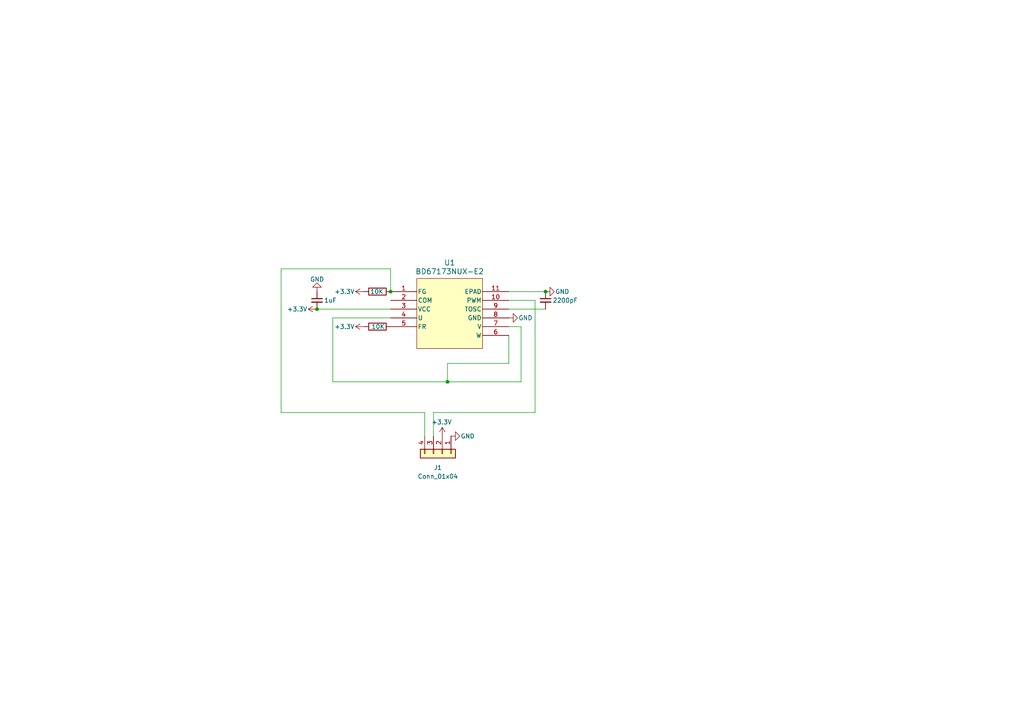
<source format=kicad_sch>
(kicad_sch (version 20231120) (generator "eeschema") (generator_version "8.0")
  (paper "A4")
  (lib_symbols
    (symbol "Connector_Generic:Conn_01x04" (pin_names (offset 1.016) hide)
      (property "Reference" "J" (at 0 5.08 0))
      (property "Value" "Conn_01x04" (at 0 -7.62 0))
      (symbol "Conn_01x04_1_1"
        (rectangle (start -1.27 -4.953) (end 0 -5.207) (stroke (width 0.1524)))
        (rectangle (start -1.27 -2.413) (end 0 -2.667) (stroke (width 0.1524)))
        (rectangle (start -1.27 0.127) (end 0 -0.127) (stroke (width 0.1524)))
        (rectangle (start -1.27 2.667) (end 0 2.413) (stroke (width 0.1524)))
        (rectangle (start -1.27 3.81) (end 1.27 -6.35) (stroke (width 0.254)) (fill (type background)))
        (pin passive line (at -5.08 2.54 0) (length 3.81) (name "Pin_1") (number "1"))
        (pin passive line (at -5.08 0 0) (length 3.81) (name "Pin_2") (number "2"))
        (pin passive line (at -5.08 -2.54 0) (length 3.81) (name "Pin_3") (number "3"))
        (pin passive line (at -5.08 -5.08 0) (length 3.81) (name "Pin_4") (number "4"))
      )
    )
    (symbol "Device:C_Small" (pin_numbers hide) (pin_names (offset 0.254) hide)
      (property "Reference" "C" (at 0.254 1.778 0))
      (property "Value" "C_Small" (at 0.254 -2.032 0))
      (symbol "C_Small_0_1"
        (polyline (pts (xy -1.524 -0.508) (xy 1.524 -0.508)) (stroke (width 0.3302)))
        (polyline (pts (xy -1.524 0.508) (xy 1.524 0.508)) (stroke (width 0.3048)))
      )
      (symbol "C_Small_1_1"
        (pin passive line (at 0 2.54 270) (length 2.032) (name "~") (number "1"))
        (pin passive line (at 0 -2.54 90) (length 2.032) (name "~") (number "2"))
      )
    )
    (symbol "Device:R" (pin_numbers hide) (pin_names (offset 0))
      (property "Reference" "R" (at 2.032 0 90))
      (property "Value" "R" (at 0 0 90))
      (symbol "R_0_1"
        (rectangle (start -1.016 -2.54) (end 1.016 2.54) (stroke (width 0.254)))
      )
      (symbol "R_1_1"
        (pin passive line (at 0 3.81 270) (length 1.27) (name "~") (number "1"))
        (pin passive line (at 0 -3.81 90) (length 1.27) (name "~") (number "2"))
      )
    )
    (symbol "Personal:BD67173NUX-E2" (pin_names (offset 0.254))
      (property "Reference" "U" (at 20.32 10.16 0))
      (property "Value" "BD67173NUX-E2" (at 20.32 7.62 0))
      (symbol "BD67173NUX-E2_0_1"
        (pin unspecified line (at 2.54 0 0) (length 7.62) (name "FG") (number "1"))
        (pin unspecified line (at 36.83 -2.54 180) (length 7.62) (name "PWM") (number "10"))
        (pin unspecified line (at 36.83 0 180) (length 7.62) (name "EPAD") (number "11"))
        (pin unspecified line (at 2.54 -2.54 0) (length 7.62) (name "COM") (number "2"))
        (pin power_in line (at 2.54 -5.08 0) (length 7.62) (name "VCC") (number "3"))
        (pin unspecified line (at 2.54 -7.62 0) (length 7.62) (name "U") (number "4"))
        (pin unspecified line (at 2.54 -10.16 0) (length 7.62) (name "FR") (number "5"))
        (pin unspecified line (at 36.83 -12.7 180) (length 7.62) (name "W") (number "6"))
        (pin unspecified line (at 36.83 -10.16 180) (length 7.62) (name "V") (number "7"))
        (pin power_out line (at 36.83 -7.62 180) (length 7.62) (name "GND") (number "8"))
        (pin unspecified line (at 36.83 -5.08 180) (length 7.62) (name "TOSC") (number "9"))
      )
      (symbol "BD67173NUX-E2_1_1"
        (rectangle (start 10.16 3.81) (end 29.21 -16.51) (fill (type background)))
      )
    )
    (symbol "power:+3.3V" (power) (pin_numbers hide) (pin_names (offset 0) hide)
      (property "Value" "+3.3V" (at 0 3.556 0))
      (symbol "+3.3V_0_1"
        (polyline (pts (xy -0.762 1.27) (xy 0 2.54)))
        (polyline (pts (xy 0 0) (xy 0 2.54)))
        (polyline (pts (xy 0 2.54) (xy 0.762 1.27)))
      )
      (symbol "+3.3V_1_1"
        (pin power_in line (at 0 0 90) (length 0) (name "~") (number "1"))
      )
    )
    (symbol "power:GND" (power) (pin_numbers hide) (pin_names (offset 0) hide)
      (property "Value" "GND" (at 0 -3.81 0))
      (symbol "GND_0_1"
        (polyline (pts (xy 0 0) (xy 0 -1.27) (xy 1.27 -1.27) (xy 0 -2.54) (xy -1.27 -1.27) (xy 0 -1.27)))
      )
      (symbol "GND_1_1"
        (pin power_in line (at 0 0 270) (length 0) (name "~") (number "1"))
      )
    )
  )
  (junction (at 91.948 89.662))
  (junction (at 129.794 110.744))
  (junction (at 113.284 84.582))
  (junction (at 158.242 84.582))
  (wire (pts (xy 113.284 77.978) (xy 81.534 77.978)))
  (wire (pts (xy 155.194 87.122) (xy 155.194 119.634)))
  (wire (pts (xy 151.13 94.742) (xy 151.13 110.744)))
  (wire (pts (xy 147.574 89.662) (xy 158.242 89.662)))
  (wire (pts (xy 129.794 105.41) (xy 147.574 105.41)))
  (wire (pts (xy 113.284 92.202) (xy 96.52 92.202)))
  (wire (pts (xy 129.794 110.744) (xy 129.794 105.41)))
  (wire (pts (xy 158.242 84.582) (xy 147.574 84.582)))
  (wire (pts (xy 113.284 84.582) (xy 113.284 77.978)))
  (wire (pts (xy 81.534 119.634) (xy 123.19 119.634)))
  (wire (pts (xy 91.948 89.662) (xy 113.284 89.662)))
  (wire (pts (xy 96.52 110.744) (xy 129.794 110.744)))
  (wire (pts (xy 147.574 87.122) (xy 155.194 87.122)))
  (wire (pts (xy 96.52 92.202) (xy 96.52 110.744)))
  (wire (pts (xy 129.794 110.744) (xy 151.13 110.744)))
  (wire (pts (xy 147.574 94.742) (xy 151.13 94.742)))
  (wire (pts (xy 123.19 119.634) (xy 123.19 126.492)))
  (wire (pts (xy 125.73 119.634) (xy 155.194 119.634)))
  (wire (pts (xy 81.534 77.978) (xy 81.534 119.634)))
  (wire (pts (xy 147.574 105.41) (xy 147.574 97.282)))
  (wire (pts (xy 125.73 126.492) (xy 125.73 119.634)))
  (symbol (lib_id "power:+3.3V") (at 105.664 84.582 90) (unit 1)
    (property "Reference" "#PWR03" (effects (hide yes)))
    (property "Value" "+3.3V" (at 102.87 84.582 90) (effects (justify left)))
    (property "Description" "Power symbol creates a global label with name \"+3.3V\"" (effects (hide yes)))
  )
  (symbol (lib_id "Device:R") (at 109.474 94.742 270) (unit 1)
    (property "Reference" "R2" (effects (hide yes)))
    (property "Value" "10K" (at 107.696 94.742 90) (effects (justify left)))
    (property "Footprint" "Resistor_SMD:R_0603_1608Metric" (effects (hide yes)))
    (property "Description" "Resistor" (effects (hide yes)))
  )
  (symbol (lib_id "Personal:BD67173NUX-E2") (at 110.744 84.582 0) (unit 1)
    (property "Reference" "U1" (at 130.429 76.2 0) (effects (font (size 1.524 1.524))))
    (property "Value" "BD67173NUX-E2" (at 130.429 78.74 0) (effects (font (size 1.524 1.524))))
    (property "Footprint" "Package_SON:VSON-10-1EP_3x3mm_P0.5mm_EP1.2x2mm" (effects (hide yes)))
    (property "Datasheet" "BD67173NUX-E2" (effects (hide yes)))
  )
  (symbol (lib_id "Connector_Generic:Conn_01x04") (at 128.27 131.572 270) (unit 1)
    (property "Reference" "J1" (at 127 135.636 90))
    (property "Value" "Conn_01x04" (at 127 138.176 90))
    (property "Footprint" "Connector_PinHeader_2.54mm:PinHeader_1x04_P2.54mm_Horizontal" (effects (hide yes)))
    (property "Description" "Generic connector, single row, 01x04, script generated (kicad-library-utils/schlib/autogen/connector/)" (effects (hide yes)))
  )
  (symbol (lib_id "Device:C_Small") (at 91.948 87.122 0) (unit 1)
    (property "Reference" "C3" (effects (hide yes)))
    (property "Value" "1uF" (at 93.98 87.122 0) (effects (justify left)))
    (property "Footprint" "Capacitor_SMD:C_0603_1608Metric" (effects (hide yes)))
    (property "Description" "Unpolarized capacitor, small symbol" (effects (hide yes)))
  )
  (symbol (lib_id "power:GND") (at 130.81 126.492 90) (mirror x) (unit 1)
    (property "Reference" "#PWR06" (effects (hide yes)))
    (property "Value" "GND" (at 133.604 126.492 90) (effects (justify right)))
    (property "Description" "Power symbol creates a global label with name \"GND\" , ground" (effects (hide yes)))
  )
  (symbol (lib_id "power:GND") (at 147.574 92.202 90) (unit 1)
    (property "Reference" "#PWR05" (effects (hide yes)))
    (property "Value" "GND" (at 150.368 92.202 90) (effects (justify right)))
    (property "Description" "Power symbol creates a global label with name \"GND\" , ground" (effects (hide yes)))
  )
  (symbol (lib_id "power:GND") (at 91.948 84.582 180) (unit 1)
    (property "Reference" "#PWR08" (effects (hide yes)))
    (property "Value" "GND" (at 89.916 81.026 0) (effects (justify right)))
    (property "Description" "Power symbol creates a global label with name \"GND\" , ground" (effects (hide yes)))
  )
  (symbol (lib_id "power:+3.3V") (at 105.664 94.742 90) (unit 1)
    (property "Reference" "#PWR01" (effects (hide yes)))
    (property "Value" "+3.3V" (at 102.87 94.742 90) (effects (justify left)))
    (property "Description" "Power symbol creates a global label with name \"+3.3V\"" (effects (hide yes)))
  )
  (symbol (lib_id "Device:R") (at 109.474 84.582 90) (unit 1)
    (property "Reference" "R1" (effects (hide yes)))
    (property "Value" "10K" (at 111.252 84.582 90) (effects (justify left)))
    (property "Footprint" "Resistor_SMD:R_0603_1608Metric" (effects (hide yes)))
    (property "Description" "Resistor" (effects (hide yes)))
  )
  (symbol (lib_id "power:+3.3V") (at 91.948 89.662 90) (unit 1)
    (property "Reference" "#PWR04" (effects (hide yes)))
    (property "Value" "+3.3V" (at 89.154 89.662 90) (effects (justify left)))
    (property "Description" "Power symbol creates a global label with name \"+3.3V\"" (effects (hide yes)))
  )
  (symbol (lib_id "power:GND") (at 158.242 84.582 90) (unit 1)
    (property "Reference" "#PWR02" (effects (hide yes)))
    (property "Value" "GND" (at 161.036 84.582 90) (effects (justify right)))
    (property "Description" "Power symbol creates a global label with name \"GND\" , ground" (effects (hide yes)))
  )
  (symbol (lib_id "power:+3.3V") (at 128.27 126.492 0) (mirror y) (unit 1)
    (property "Reference" "#PWR07" (effects (hide yes)))
    (property "Value" "+3.3V" (at 131.064 122.428 0) (effects (justify left)))
    (property "Description" "Power symbol creates a global label with name \"+3.3V\"" (effects (hide yes)))
  )
  (symbol (lib_id "Device:C_Small") (at 158.242 87.122 0) (unit 1)
    (property "Reference" "C1" (effects (hide yes)))
    (property "Value" "2200pF" (at 160.274 87.122 0) (effects (justify left)))
    (property "Footprint" "Capacitor_SMD:C_0402_1005Metric" (effects (hide yes)))
    (property "Description" "Unpolarized capacitor, small symbol" (effects (hide yes)))
  )
)
</source>
